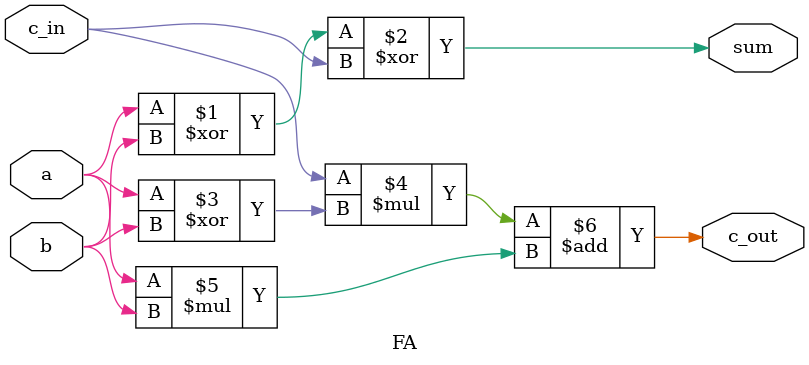
<source format=v>
`timescale 1ns / 1ps


module FA(
    input a,
    input b,
    input c_in,
    output sum,
    output c_out
    );


    assign sum = a ^ b ^ c_in;
    assign c_out = (c_in * (a ^ b) + (a * b));

endmodule
</source>
